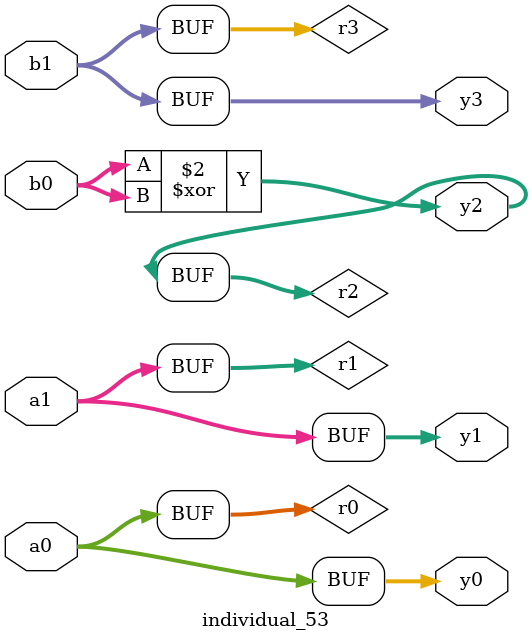
<source format=sv>
module individual_53(input logic [15:0] a1, input logic [15:0] a0, input logic [15:0] b1, input logic [15:0] b0, output logic [15:0] y3, output logic [15:0] y2, output logic [15:0] y1, output logic [15:0] y0);
logic [15:0] r0, r1, r2, r3; 
 always@(*) begin 
	 r0 = a0; r1 = a1; r2 = b0; r3 = b1; 
 	 r2  ^=  r2 ;
 	 y3 = r3; y2 = r2; y1 = r1; y0 = r0; 
end
endmodule
</source>
